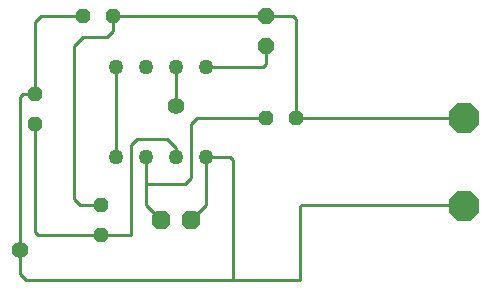
<source format=gtl>
G04 EAGLE Gerber RS-274X export*
G75*
%MOMM*%
%FSLAX34Y34*%
%LPD*%
%INTop Copper*%
%IPPOS*%
%AMOC8*
5,1,8,0,0,1.08239X$1,22.5*%
G01*
%ADD10P,1.539592X8X112.500000*%
%ADD11P,1.732040X8X22.500000*%
%ADD12C,1.270000*%
%ADD13P,1.312723X8X292.500000*%
%ADD14P,1.312723X8X112.500000*%
%ADD15P,1.312723X8X22.500000*%
%ADD16P,2.749271X8X292.500000*%
%ADD17C,0.254000*%
%ADD18C,1.400000*%


D10*
X251460Y210820D03*
X251460Y236220D03*
D11*
X162560Y63500D03*
X187960Y63500D03*
D12*
X124460Y116840D03*
X149860Y116840D03*
X149860Y193040D03*
X124460Y193040D03*
X175260Y116840D03*
X200660Y116840D03*
X175260Y193040D03*
X200660Y193040D03*
D13*
X55880Y170180D03*
X55880Y144780D03*
D14*
X111760Y50800D03*
X111760Y76200D03*
D15*
X251460Y149860D03*
X276860Y149860D03*
X96520Y236220D03*
X121920Y236220D03*
D16*
X419286Y149930D03*
X419286Y74746D03*
D17*
X200660Y76200D02*
X200660Y116840D01*
X200660Y76200D02*
X187960Y63500D01*
X55880Y170180D02*
X55880Y231140D01*
X60960Y236220D02*
X96520Y236220D01*
X60960Y236220D02*
X55880Y231140D01*
X55880Y170180D02*
X45720Y170180D01*
X43180Y167640D01*
X43180Y40640D01*
X43180Y38100D01*
X43180Y17780D01*
X48260Y12700D01*
X223520Y12700D01*
X223520Y114300D01*
X220980Y116840D01*
X200660Y116840D01*
X223520Y12700D02*
X280400Y12700D01*
X280400Y74660D01*
X281940Y76200D01*
X417832Y76200D01*
X419286Y74746D01*
D18*
X43180Y38100D03*
D17*
X124460Y116840D02*
X124460Y193040D01*
X149860Y76200D02*
X162560Y63500D01*
X149860Y76200D02*
X149860Y93980D01*
X149860Y116840D01*
X182880Y93980D02*
X187960Y99060D01*
X182880Y93980D02*
X149860Y93980D01*
X187960Y144780D02*
X193040Y149860D01*
X251460Y149860D01*
X187960Y144780D02*
X187960Y99060D01*
X137160Y50800D02*
X111760Y50800D01*
X137160Y50800D02*
X137160Y127000D01*
X142240Y132080D01*
X167640Y132080D01*
X55880Y144780D02*
X55880Y53340D01*
X58420Y50800D01*
X111760Y50800D01*
X175260Y124460D02*
X167640Y132080D01*
X175260Y124460D02*
X175260Y116840D01*
X121920Y236220D02*
X251460Y236220D01*
X274320Y236220D01*
X276860Y233680D01*
X276860Y149860D01*
X419216Y149860D02*
X419286Y149930D01*
X419216Y149860D02*
X276860Y149860D01*
X111760Y76200D02*
X93980Y76200D01*
X88900Y81280D01*
X88900Y210820D01*
X96520Y218440D01*
X116840Y218440D01*
X121920Y223520D01*
X121920Y236220D01*
X251460Y210820D02*
X251460Y195580D01*
X248920Y193040D01*
X200660Y193040D01*
X175260Y193040D02*
X175260Y160020D01*
D18*
X175260Y160020D03*
M02*

</source>
